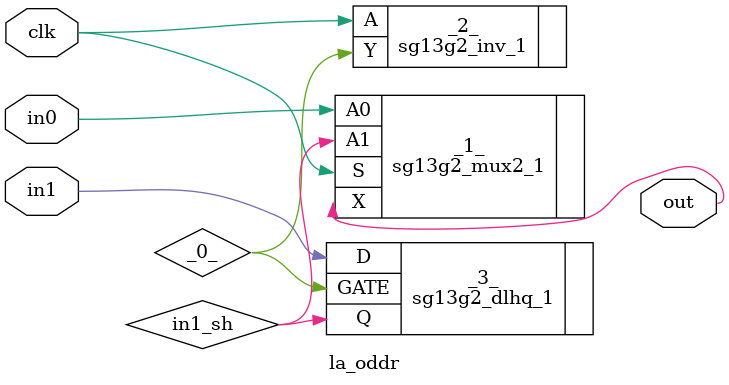
<source format=v>

/* Generated by Yosys 0.44 (git sha1 80ba43d26, g++ 11.4.0-1ubuntu1~22.04 -fPIC -O3) */

(* top =  1  *)
(* src = "generated" *)
module la_oddr (
    clk,
    in0,
    in1,
    out
);
  (* src = "generated" *)
  wire _0_;
  (* src = "generated" *)
  input clk;
  wire clk;
  (* src = "generated" *)
  input in0;
  wire in0;
  (* src = "generated" *)
  input in1;
  wire in1;
  (* src = "generated" *)
  wire in1_sh;
  (* src = "generated" *)
  output out;
  wire out;
  sg13g2_mux2_1 _1_ (
      .A0(in0),
      .A1(in1_sh),
      .S (clk),
      .X (out)
  );
  sg13g2_inv_1 _2_ (
      .A(clk),
      .Y(_0_)
  );
  (* module_not_derived = 32'b00000000000000000000000000000001 *) (* src = "generated" *)
  sg13g2_dlhq_1 _3_ (
      .D(in1),
      .GATE(_0_),
      .Q(in1_sh)
  );
endmodule

</source>
